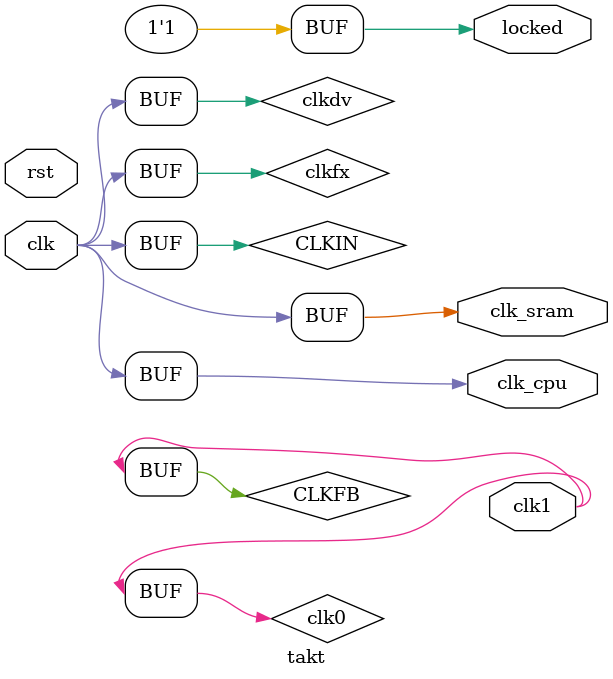
<source format=v>
`timescale 1ns / 1ps



module sram_block( amem, dmem_in, dmem_out, en, wen, 
								addr_sr,
								data_io_0, data_io_1, 
								ce_0, ce_1, 
								oe, 
								we, 
								ub_0, lb_0, 
								ub_1, lb_1,
									clk_cpu, clk_sram, 
									rst);


input[19:0] amem;

input[31:0] dmem_in;
output[31:0] dmem_out;

reg[31:0] dmem_out;

input[3:0] en;
input[3:0] wen;

output[17:0] addr_sr;
reg[17:0] addr_sr;

inout[15:0] data_io_0;
inout[15:0] data_io_1;

//wire[15:0] datawrite_0;
//wire[15:0] datawrite_1;




output ce_0;
output ce_1;

reg ce_0, ce_1;

output oe;

reg oe;

output we;

reg we;

output ub_0;
output lb_0;

reg ub_0, lb_0;

output ub_1;
output lb_1;

reg ub_1, lb_1;

output clk_cpu; 
//reg clk_cpu;

input clk_sram;
input rst;

/*

always @(posedge clk_sram)
	begin
		we <= 1;
		oe <= 1;
		ce_0 <= 1;
		ce_1 <= 1;
		ub_0 <= 1;
		lb_0 <= 1;
		ub_1 <= 1;
		lb_1 <= 1;
		locked <= 1;
	end

*/

// prelude

reg ub_0_A;
reg lb_0_A;
reg ub_1_A;
reg lb_1_A;
reg ce_0_A;
reg ce_1_A;
reg oe_A;
reg we_A;
reg[17:0] addr_sr_A;
reg[31:0] dmem_out1_A;
 
 
// a special reset logic for the clk_sram domain 

reg r1;

reg rst_sram;


always @(posedge clk_sram or posedge rst)
	begin
		if (rst)
			r1 <= 1'b1;
		else
			r1 <= 1'b0;
	end
	
always @(posedge clk_sram or posedge rst)
	begin
		if (rst)
			rst_sram <= 1'b1;
		else
			rst_sram <= r1;
	end



// the state machine for reading and writing to the SRAM

reg[3:0] state, next_st;

// infer tri-states

parameter	wait_sync_state = 0,
				normal_first = 1,
				first_after_read = 2,
				first_after_write = 3,
				second_state = 4,
				third_state = 5,
				fourth_state = 6,
				read_state_1 = 7,
				read_state_2 = 8,
				write_state_1 = 9,
				write_state_2 = 10,
				fifth_state = 11,
				sixth_state = 12;

reg[15:0] datawrite_0_Mem;
reg[15:0] datawrite_1_Mem;


assign data_io_0 = ((state == write_state_2) || (state == first_after_write)) ? datawrite_0_Mem : 16'bz;
assign data_io_1 = ((state == write_state_2) || (state == first_after_write)) ? datawrite_1_Mem : 16'bz;


	
wire[17:0] addr_sr_in;


assign addr_sr_in = amem[19:2];

//assign datawrite_0 = dmem_in[15:0];
//assign datawrite_1 = dmem_in[31:16];

always @(posedge clk_cpu)
	begin
		if (state == read_state_2)
			dmem_out <= dmem_out1_A;
	end

always @(posedge clk_sram or posedge rst_sram)
	begin
		if (rst_sram)
			begin
				state <= normal_first;
				datawrite_0_Mem <= 16'b0;
				datawrite_0_Mem <= 16'b0;
			end
		else
			begin
				if (state == fourth_state)
					begin 
						addr_sr_A <= addr_sr_in;
						state <= next_st;
					end
				else if (state == write_state_1)
					begin
						datawrite_0_Mem <= dmem_in[15:0];
						datawrite_1_Mem <= dmem_in[31:16];
						state <= next_st;
					end				
				else if (state == read_state_2)
					begin
						//dmem_out <= dmem_out1_A;
						state <= next_st;
					end
				else
					begin
						state <= next_st;
					end
			end
	end

// next state combinatorial block:

always @(state or en or wen)
	begin
		case (state)
			normal_first:		begin
										next_st = second_state;
									end
			first_after_read:	begin
										next_st = second_state;
									end
			first_after_write:begin
										next_st = second_state;
									end
			second_state:		begin
										next_st = third_state;
									end
			third_state:		begin
										next_st = fourth_state;
									end
			fourth_state:		begin
										if ((|en) & (|wen))
											next_st = write_state_1;
										else if ((|en) & (~(|wen)))
											next_st = read_state_1;
										else
											next_st = fifth_state;
									end
			read_state_1:		begin
										next_st = read_state_2;
									end
			write_state_1:		begin
										next_st = write_state_2;
									end
			read_state_2:		begin
										next_st = first_after_read;
									end
			write_state_2:		begin
										next_st = first_after_write;
									end
			fifth_state:		begin
										next_st = sixth_state;
									end
			sixth_state:		begin
										next_st = normal_first;
									end
			default:				begin
										next_st = normal_first;
									end
		endcase
	end


// output combinatorial block


reg clk_cpu_A;

reg clk_cpu_i;

always @(posedge clk_sram or posedge rst_sram)
	begin
		if (rst_sram)
			clk_cpu_i <= 0;
		else
			clk_cpu_i <= clk_cpu_A;
	end

always @(state)
	begin
		case (state)
			normal_first, first_after_read, first_after_write,
			second_state, sixth_state, read_state_2, write_state_2:
			begin
				clk_cpu_A = 1'b1;
			end
			third_state, fourth_state, fifth_state,
			read_state_1, write_state_1:
			begin
				clk_cpu_A = 1'b0;
			end
			default:
			begin
				clk_cpu_A = 1'b0;
			end
		endcase
	end

//BUFG bufg_clk (.I(clk_cpu_i), .O(clk_cpu));

assign clk_cpu = clk_cpu_i;
 
//addr control 
 
reg addrout_allow; 
reg addrout_allow_A; 
 
always @(addrout_allow) 
	addr_sr = addrout_allow ? addr_sr_A : 18'bz; 
 
 

always @(posedge clk_sram or posedge rst_sram)
	begin
		if (rst_sram)
			begin
				ub_0 <= 1;
				lb_0 <= 1;
				ub_1 <= 1;
				lb_1 <= 1;
				ce_0 <= 1;
				ce_1 <= 1;
				oe <= 1;
				we <= 1; 
				addrout_allow <= 1'b0;
//				addr_sr <= 18'bz;
			end
		else
			begin
				ub_0 <= ub_0_A;
				lb_0 <= lb_0_A;
				ub_1 <= ub_1_A;
				lb_1 <= lb_1_A;
				ce_0 <= ce_0_A;
				ce_1 <= ce_1_A;
				oe <= oe_A;
				we <= we_A;
				addrout_allow <= addrout_allow_A; 
//				addr_sr <= addr_sr_A;
			end
	end

always @(state, data_io_1, data_io_0)
	begin
		case (state)
			normal_first, first_after_write,
			second_state, third_state, fourth_state, fifth_state, sixth_state,
			write_state_1, write_state_2:
			begin
				dmem_out1_A = 32'b0;
			end
			read_state_1, read_state_2, first_after_read:
			begin
				dmem_out1_A = {data_io_1,data_io_0};
			end
			default:
			begin
				dmem_out1_A = 32'b0;
			end
		endcase
	end


always @(state or en or wen or addr_sr_in)
	begin
		case (state)
			normal_first,
			first_after_read,
			first_after_write,
			second_state,
			third_state,
			fifth_state, sixth_state
			:		begin
										ub_0_A = 1;
										lb_0_A = 1;
										ub_1_A = 1;
										lb_1_A = 1;
										ce_0_A = 1;
										ce_1_A = 1;
										oe_A = 1;
										we_A = 1; 
										addrout_allow_A = 0;
										//addr_sr_A = 18'bz;
									end
			fourth_state:		begin
										if ((|en) & (~(|wen)))
											begin
												oe_A = 0;
												we_A = 1; 
												addrout_allow_A = 1;
												//addr_sr_A = addr_sr_in;
												lb_0_A = ~en[0];
												ub_0_A = ~en[1];
												lb_1_A = ~en[2];
												ub_1_A = ~en[3];
												ce_0_A = ~|{en[1:0]};
												ce_1_A = ~|{en[3:2]};
											end
										else if ((|en) & (|wen))
											begin
												oe_A = 1;
												we_A = 1; 
												addrout_allow_A = 1;
												//addr_sr_A = addr_sr_in;
												lb_0_A = ~wen[0];
												ub_0_A = ~wen[1];
												lb_1_A = ~wen[2];
												ub_1_A = ~wen[3];
												ce_0_A = ~|{en[1:0]};
												ce_1_A = ~|{en[3:2]};
											end 
										else
											begin
												ub_0_A = 1;
												lb_0_A = 1;
												ub_1_A = 1;
												lb_1_A = 1;
												ce_0_A = 1;
												ce_1_A = 1;
												oe_A = 1;
												we_A = 1; 
												addrout_allow_A = 0;
												//addr_sr_A = 18'bz;
											end
									end
			read_state_1:		begin
										oe_A = 0;
										we_A = 1; 
										addrout_allow_A = 1;
										//addr_sr_A = addr_sr_in;
										lb_0_A = ~en[0];
										ub_0_A = ~en[1];
										lb_1_A = ~en[2];
										ub_1_A = ~en[3];
										ce_0_A = ~|{en[1:0]};
										ce_1_A = ~|{en[3:2]};
									end
			read_state_2:		begin
										oe_A = 0;
										we_A = 1; 
										addrout_allow_A = 1;
										//addr_sr_A = addr_sr_in;
										lb_0_A = ~en[0];
										ub_0_A = ~en[1];
										lb_1_A = ~en[2];
										ub_1_A = ~en[3];
										ce_0_A = ~|{en[1:0]};
										ce_1_A = ~|{en[3:2]};
									end
			write_state_1:		begin
										oe_A = 1;
										we_A = 0; 
										addrout_allow_A = 1;
										//addr_sr_A = addr_sr_in;
										lb_0_A = ~wen[0];
										ub_0_A = ~wen[1];
										lb_1_A = ~wen[2];
										ub_1_A = ~wen[3];
										ce_0_A = ~|{en[1:0]};
										ce_1_A = ~|{en[3:2]};
									end
			write_state_2:		begin
										oe_A = 1;
										we_A = 1; 
										addrout_allow_A = 1;
										//addr_sr_A = addr_sr_in;
										lb_0_A = ~wen[0];
										ub_0_A = ~wen[1];
										lb_1_A = ~wen[2];
										ub_1_A = ~wen[3];
										ce_0_A = ~|{en[1:0]};
										ce_1_A = ~|{en[3:2]};
									end
			default:				begin
										ub_0_A = 1;
										lb_0_A = 1;
										ub_1_A = 1;
										lb_1_A = 1;
										ce_0_A = 1;
										ce_1_A = 1;
										oe_A = 1;
										we_A = 1; 
										addrout_allow_A = 0;
										//addr_sr_A = 18'bz;
									end
		endcase
	end


endmodule


module takt (clk, clk1, clk_cpu, clk_sram, locked, rst );

input clk;

input rst;

output locked;

output clk1;

output clk_cpu;

output clk_sram;



// DCM : In order to incorporate this function into the design,
// Verilog : the following instance declaration needs to be placed
// instance : in the body of the design code. The instance name
// declaration : (DCM_inst) and/or the port declarations within the
// code : parenthesis maybe changed to properly reference and
// : connect this function to the design. Unused inputs
// : and outputs may be removed or commented out.
// <-----Cut code below this line---->
// DCM: Digital Clock Manager Circuit for Virtex-II/II-Pro and Spartan-3
// The current version of the Xilinx HDL Libraries Guide




wire CLKIN = clk; // goes into DCM, base of DCM clocks

wire clkfx;
wire clkdv;
wire clk0;

wire CLKFB = clk0;

assign clk_cpu = clkdv;
assign clk_sram = clkfx;

wire[7:0] STATUS;


// testbed replacement for DCM code below follows
// clkfx is 3/2 * clk
//


assign locked = 1'b1;
assign clk1 = clk0;
assign clkdv = CLKIN;
assign clkfx = CLKIN;


/*

DCM DCM_inst (
.CLK0(CLK01), // 0 degree DCM CLK ouptput
.CLK180(CLK180), // 180 degree DCM CLK output
.CLK270(CLK270), // 270 degree DCM CLK output
.CLK2X(CLK2X), // 2X DCM CLK output
.CLK2X180(CLK2X180), // 2X, 180 degree DCM CLK out
.CLK90(CLK90), // 90 degree DCM CLK output
.CLKDV(CLKDV1), // Divided DCM CLK out (CLKDV_DIVIDE)
.CLKFX(CLKFX1), // DCM CLK synthesis out (M/D)
.CLKFX180(CLKFX180), // 180 degree CLK synthesis out
.LOCKED(LOCKED1), // DCM LOCK status output
.PSDONE(PSDONE), // Dynamic phase adjust done output
.STATUS(STATUS), // 8-bit DCM status bits output
.CLKFB(CLKFB), // DCM clock feedback
.CLKIN(CLKIN), // Clock input (from IBUFG, BUFG or DCM)
.PSCLK(PSCLK), // Dynamic phase adjust clock input
.PSEN(PSEN), // Dynamic phase adjust enable input
.PSINCDEC(PSINCDEC), // Dynamic phase adjust increment/decrement
.RST(rst) // DCM asynchronous reset input
);

BUFG bufg_1 (.I(CLKFX1), .O(clkfx));
BUFG bufg_2 (.I(CLKDV1), .O(clkdv));

BUFG bufg_3 (.I(CLK01), .O(clk0));

assign locked = LOCKED1;
assign clk1 = clk0;

// The following defparam declarations are only necessary if you
// wish to change the default behavior
// of the DCM. If the instance name is changed, these defparams need
// to be updated accordingly.
defparam DCM_inst.CLKDV_DIVIDE = 4.0; 
// Divide by:
//1.5,2.0,2.5,3.0,3.5,4.0,4.5,5.0,5.5,6.0,6.5
//7.0,7.5,8.0,9.0,10.0,11.0,12.0,13.0,14.0,15.0 or 16.0
defparam DCM_inst.CLKFX_DIVIDE = 2;
// Can be any integer from 1 to 32
defparam DCM_inst.CLKFX_MULTIPLY = 3; 
// Can be any integer from 2 to 32
defparam DCM_inst.CLKIN_DIVIDE_BY_2 = "FALSE"; 
// TRUE/FALSE to enable CLKIN divide by two feature
defparam DCM_inst.CLKIN_PERIOD = 20.0; 
// Specify period of input clock
defparam DCM_inst.CLKOUT_PHASE_SHIFT = "NONE"; 
// Specify phase shift of NONE, FIXED or VARIABLE
defparam DCM_inst.CLK_FEEDBACK = "1X"; // Specify clock feedback of NONE, 1X or 2X

defparam DCM_inst.DESKEW_ADJUST = "SYSTEM_SYNCHRONOUS"; 
//SOURCE_SYNCHRONOUS, SYSTEM_SYNCHRONOUS or
// an integer from 0 to 15
defparam DCM_inst.DFS_FREQUENCY_MODE = "LOW"; 
// HIGH or LOW frequency mode for frequency synthesis
defparam DCM_inst.DLL_FREQUENCY_MODE = "LOW"; 
// HIGH or LOW frequency mode for DLL
defparam DCM_inst.DUTY_CYCLE_CORRECTION = "TRUE"; 
// Duty cycle correction, TRUE or FALSE
defparam DCM_inst.FACTORY_JF = 16'hC080; 
// FACTORY JF Values
defparam DCM_inst.PHASE_SHIFT = 0; 
// Amount of fixed phase shift from -255 to 255
defparam DCM_inst.STARTUP_WAIT = "FALSE"; 
// Delay configuration DONE until DCM LOCK, TRUE/FALSE

// End of DCM_inst instantiation


*/

endmodule





</source>
